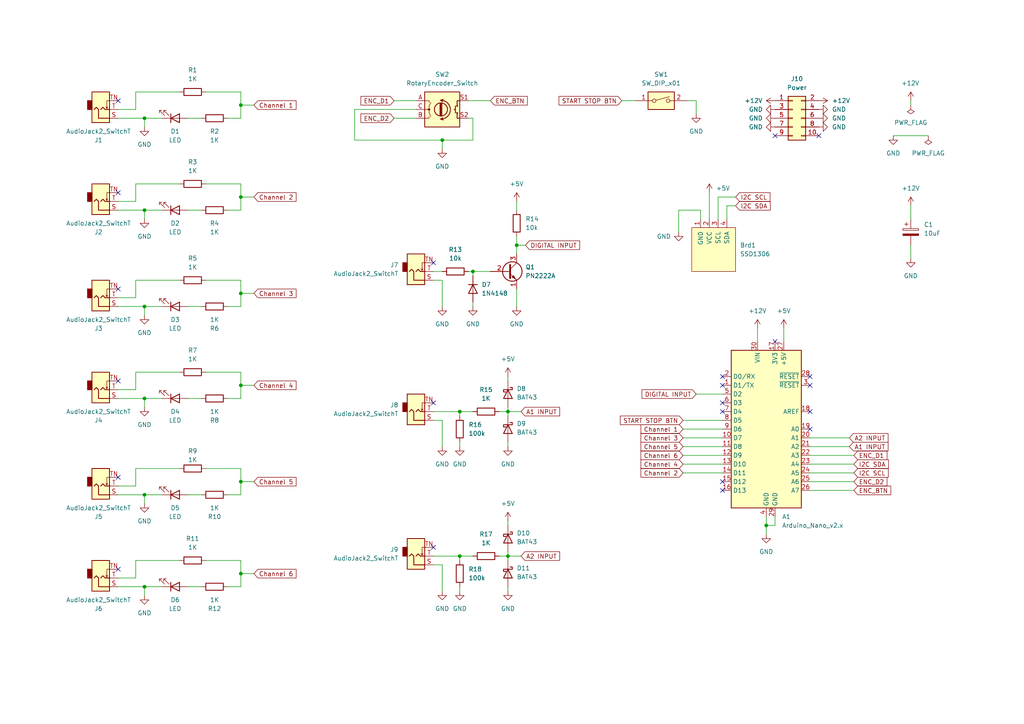
<source format=kicad_sch>
(kicad_sch (version 20211123) (generator eeschema)
  (paper "A4")
  (title_block (title "GToE prototype") (rev "1"))
  (lib_symbols
    (symbol "Connector:AudioJack2_SwitchT"
      (property "Reference" "J" (at 0 8.89 0))
      (property "Value" "AudioJack2_SwitchT" (at 0 6.35 0))
      (symbol "AudioJack2_SwitchT_0_1"
        (rectangle (start -2.54 0) (end -3.81 -2.54) (stroke (width 0.254)) (fill (type outline)))
        (polyline (pts (xy 1.778 -0.254) (xy 2.032 -0.762)))
        (polyline (pts (xy 0 0) (xy 0.635 -0.635) (xy 1.27 0) (xy 2.54 0)) (stroke (width 0.254)))
        (polyline (pts (xy 2.54 -2.54) (xy 1.778 -2.54) (xy 1.778 -0.254) (xy 1.524 -0.762)))
        (polyline (pts (xy 2.54 2.54) (xy -0.635 2.54) (xy -0.635 0) (xy -1.27 -0.635) (xy -1.905 0)) (stroke (width 0.254)))
        (rectangle (start 2.54 3.81) (end -2.54 -5.08) (stroke (width 0.254)) (fill (type background)))
      )
      (symbol "AudioJack2_SwitchT_1_1"
        (pin passive line (at 5.08 2.54 180) (length 2.54) (name "~") (number "S"))
        (pin passive line (at 5.08 0 180) (length 2.54) (name "~") (number "T"))
        (pin passive line (at 5.08 -2.54 180) (length 2.54) (name "~") (number "TN"))
      )
    )
    (symbol "Connector_Generic:Conn_02x05_Odd_Even" (pin_names (offset 1.016) hide)
      (property "Reference" "J" (at 1.27 7.62 0))
      (property "Value" "Conn_02x05_Odd_Even" (at 1.27 -7.62 0))
      (symbol "Conn_02x05_Odd_Even_1_1"
        (rectangle (start -1.27 -4.953) (end 0 -5.207) (stroke (width 0.1524)))
        (rectangle (start -1.27 -2.413) (end 0 -2.667) (stroke (width 0.1524)))
        (rectangle (start -1.27 0.127) (end 0 -0.127) (stroke (width 0.1524)))
        (rectangle (start -1.27 2.667) (end 0 2.413) (stroke (width 0.1524)))
        (rectangle (start -1.27 5.207) (end 0 4.953) (stroke (width 0.1524)))
        (rectangle (start -1.27 6.35) (end 3.81 -6.35) (stroke (width 0.254)) (fill (type background)))
        (rectangle (start 3.81 -4.953) (end 2.54 -5.207) (stroke (width 0.1524)))
        (rectangle (start 3.81 -2.413) (end 2.54 -2.667) (stroke (width 0.1524)))
        (rectangle (start 3.81 0.127) (end 2.54 -0.127) (stroke (width 0.1524)))
        (rectangle (start 3.81 2.667) (end 2.54 2.413) (stroke (width 0.1524)))
        (rectangle (start 3.81 5.207) (end 2.54 4.953) (stroke (width 0.1524)))
        (pin passive line (at -5.08 5.08 0) (length 3.81) (name "Pin_1") (number "1"))
        (pin passive line (at 7.62 -5.08 180) (length 3.81) (name "Pin_10") (number "10"))
        (pin passive line (at 7.62 5.08 180) (length 3.81) (name "Pin_2") (number "2"))
        (pin passive line (at -5.08 2.54 0) (length 3.81) (name "Pin_3") (number "3"))
        (pin passive line (at 7.62 2.54 180) (length 3.81) (name "Pin_4") (number "4"))
        (pin passive line (at -5.08 0 0) (length 3.81) (name "Pin_5") (number "5"))
        (pin passive line (at 7.62 0 180) (length 3.81) (name "Pin_6") (number "6"))
        (pin passive line (at -5.08 -2.54 0) (length 3.81) (name "Pin_7") (number "7"))
        (pin passive line (at 7.62 -2.54 180) (length 3.81) (name "Pin_8") (number "8"))
        (pin passive line (at -5.08 -5.08 0) (length 3.81) (name "Pin_9") (number "9"))
      )
    )
    (symbol "Device:C_Polarized" (pin_numbers hide) (pin_names (offset 0.254))
      (property "Reference" "C" (at 0.635 2.54 0))
      (property "Value" "C_Polarized" (at 0.635 -2.54 0))
      (symbol "C_Polarized_0_1"
        (rectangle (start -2.286 0.508) (end 2.286 1.016))
        (polyline (pts (xy -1.778 2.286) (xy -0.762 2.286)))
        (polyline (pts (xy -1.27 2.794) (xy -1.27 1.778)))
        (rectangle (start 2.286 -0.508) (end -2.286 -1.016) (fill (type outline)))
      )
      (symbol "C_Polarized_1_1"
        (pin passive line (at 0 3.81 270) (length 2.794) (name "~") (number "1"))
        (pin passive line (at 0 -3.81 90) (length 2.794) (name "~") (number "2"))
      )
    )
    (symbol "Device:D" (pin_numbers hide) (pin_names (offset 1.016) hide)
      (property "Reference" "D" (at 0 2.54 0))
      (property "Value" "D" (at 0 -2.54 0))
      (symbol "D_0_1"
        (polyline (pts (xy -1.27 1.27) (xy -1.27 -1.27)) (stroke (width 0.254)))
        (polyline (pts (xy 1.27 0) (xy -1.27 0)))
        (polyline (pts (xy 1.27 1.27) (xy 1.27 -1.27) (xy -1.27 0) (xy 1.27 1.27)) (stroke (width 0.254)))
      )
      (symbol "D_1_1"
        (pin passive line (at -3.81 0 0) (length 2.54) (name "K") (number "1"))
        (pin passive line (at 3.81 0 180) (length 2.54) (name "A") (number "2"))
      )
    )
    (symbol "Device:D_Schottky" (pin_numbers hide) (pin_names (offset 1.016) hide)
      (property "Reference" "D" (at 0 2.54 0))
      (property "Value" "D_Schottky" (at 0 -2.54 0))
      (symbol "D_Schottky_0_1"
        (polyline (pts (xy 1.27 0) (xy -1.27 0)))
        (polyline (pts (xy 1.27 1.27) (xy 1.27 -1.27) (xy -1.27 0) (xy 1.27 1.27)) (stroke (width 0.254)))
        (polyline (pts (xy -1.905 0.635) (xy -1.905 1.27) (xy -1.27 1.27) (xy -1.27 -1.27) (xy -0.635 -1.27) (xy -0.635 -0.635)) (stroke (width 0.254)))
      )
      (symbol "D_Schottky_1_1"
        (pin passive line (at -3.81 0 0) (length 2.54) (name "K") (number "1"))
        (pin passive line (at 3.81 0 180) (length 2.54) (name "A") (number "2"))
      )
    )
    (symbol "Device:LED" (pin_numbers hide) (pin_names (offset 1.016) hide)
      (property "Reference" "D" (at 0 2.54 0))
      (property "Value" "LED" (at 0 -2.54 0))
      (symbol "LED_0_1"
        (polyline (pts (xy -1.27 -1.27) (xy -1.27 1.27)) (stroke (width 0.254)))
        (polyline (pts (xy -1.27 0) (xy 1.27 0)))
        (polyline (pts (xy 1.27 -1.27) (xy 1.27 1.27) (xy -1.27 0) (xy 1.27 -1.27)) (stroke (width 0.254)))
        (polyline (pts (xy -3.048 -0.762) (xy -4.572 -2.286) (xy -3.81 -2.286) (xy -4.572 -2.286) (xy -4.572 -1.524)))
        (polyline (pts (xy -1.778 -0.762) (xy -3.302 -2.286) (xy -2.54 -2.286) (xy -3.302 -2.286) (xy -3.302 -1.524)))
      )
      (symbol "LED_1_1"
        (pin passive line (at -3.81 0 0) (length 2.54) (name "K") (number "1"))
        (pin passive line (at 3.81 0 180) (length 2.54) (name "A") (number "2"))
      )
    )
    (symbol "Device:R" (pin_numbers hide) (pin_names (offset 0))
      (property "Reference" "R" (at 2.032 0 90))
      (property "Value" "R" (at 0 0 90))
      (symbol "R_0_1"
        (rectangle (start -1.016 -2.54) (end 1.016 2.54) (stroke (width 0.254)))
      )
      (symbol "R_1_1"
        (pin passive line (at 0 3.81 270) (length 1.27) (name "~") (number "1"))
        (pin passive line (at 0 -3.81 90) (length 1.27) (name "~") (number "2"))
      )
    )
    (symbol "Device:RotaryEncoder_Switch" (pin_names (offset 0.254) hide)
      (property "Reference" "SW" (at 0 6.604 0))
      (property "Value" "RotaryEncoder_Switch" (at 0 -6.604 0))
      (symbol "RotaryEncoder_Switch_0_1"
        (rectangle (start -5.08 5.08) (end 5.08 -5.08) (stroke (width 0.254)) (fill (type background)))
        (circle (center -3.81 0) (radius 0.254) (fill (type outline)))
        (arc (start -0.381 -2.794) (mid 2.3622 -0.0508) (end -0.381 2.667) (stroke (width 0.254)))
        (circle (center -0.381 0) (radius 1.905) (stroke (width 0.254)))
        (polyline (pts (xy -0.635 -1.778) (xy -0.635 1.778)) (stroke (width 0.254)))
        (polyline (pts (xy -0.381 -1.778) (xy -0.381 1.778)) (stroke (width 0.254)))
        (polyline (pts (xy -0.127 1.778) (xy -0.127 -1.778)) (stroke (width 0.254)))
        (polyline (pts (xy 3.81 0) (xy 3.429 0)) (stroke (width 0.254)))
        (polyline (pts (xy 3.81 1.016) (xy 3.81 -1.016)) (stroke (width 0.254)))
        (polyline (pts (xy -5.08 -2.54) (xy -3.81 -2.54) (xy -3.81 -2.032)))
        (polyline (pts (xy -5.08 2.54) (xy -3.81 2.54) (xy -3.81 2.032)))
        (polyline (pts (xy 0.254 -3.048) (xy -0.508 -2.794) (xy 0.127 -2.413)) (stroke (width 0.254)))
        (polyline (pts (xy 0.254 2.921) (xy -0.508 2.667) (xy 0.127 2.286)) (stroke (width 0.254)))
        (polyline (pts (xy 5.08 -2.54) (xy 4.318 -2.54) (xy 4.318 -1.016)) (stroke (width 0.254)))
        (polyline (pts (xy 5.08 2.54) (xy 4.318 2.54) (xy 4.318 1.016)) (stroke (width 0.254)))
        (polyline (pts (xy -5.08 0) (xy -3.81 0) (xy -3.81 -1.016) (xy -3.302 -2.032)))
        (polyline (pts (xy -4.318 0) (xy -3.81 0) (xy -3.81 1.016) (xy -3.302 2.032)))
        (circle (center 4.318 -1.016) (radius 0.127) (stroke (width 0.254)))
        (circle (center 4.318 1.016) (radius 0.127) (stroke (width 0.254)))
      )
      (symbol "RotaryEncoder_Switch_1_1"
        (pin passive line (at -7.62 2.54 0) (length 2.54) (name "A") (number "A"))
        (pin passive line (at -7.62 -2.54 0) (length 2.54) (name "B") (number "B"))
        (pin passive line (at -7.62 0 0) (length 2.54) (name "C") (number "C"))
        (pin passive line (at 7.62 2.54 180) (length 2.54) (name "S1") (number "S1"))
        (pin passive line (at 7.62 -2.54 180) (length 2.54) (name "S2") (number "S2"))
      )
    )
    (symbol "MCU_Module:Arduino_Nano_v2.x"
      (property "Reference" "A" (at -10.16 23.495 0))
      (property "Value" "Arduino_Nano_v2.x" (at 5.08 -24.13 0))
      (symbol "Arduino_Nano_v2.x_0_1"
        (rectangle (start -10.16 22.86) (end 10.16 -22.86) (stroke (width 0.254)) (fill (type background)))
      )
      (symbol "Arduino_Nano_v2.x_1_1"
        (pin bidirectional line (at -12.7 12.7 0) (length 2.54) (name "D1/TX") (number "1"))
        (pin bidirectional line (at -12.7 -2.54 0) (length 2.54) (name "D7") (number "10"))
        (pin bidirectional line (at -12.7 -5.08 0) (length 2.54) (name "D8") (number "11"))
        (pin bidirectional line (at -12.7 -7.62 0) (length 2.54) (name "D9") (number "12"))
        (pin bidirectional line (at -12.7 -10.16 0) (length 2.54) (name "D10") (number "13"))
        (pin bidirectional line (at -12.7 -12.7 0) (length 2.54) (name "D11") (number "14"))
        (pin bidirectional line (at -12.7 -15.24 0) (length 2.54) (name "D12") (number "15"))
        (pin bidirectional line (at -12.7 -17.78 0) (length 2.54) (name "D13") (number "16"))
        (pin power_out line (at 2.54 25.4 270) (length 2.54) (name "3V3") (number "17"))
        (pin input line (at 12.7 5.08 180) (length 2.54) (name "AREF") (number "18"))
        (pin bidirectional line (at 12.7 0 180) (length 2.54) (name "A0") (number "19"))
        (pin bidirectional line (at -12.7 15.24 0) (length 2.54) (name "D0/RX") (number "2"))
        (pin bidirectional line (at 12.7 -2.54 180) (length 2.54) (name "A1") (number "20"))
        (pin bidirectional line (at 12.7 -5.08 180) (length 2.54) (name "A2") (number "21"))
        (pin bidirectional line (at 12.7 -7.62 180) (length 2.54) (name "A3") (number "22"))
        (pin bidirectional line (at 12.7 -10.16 180) (length 2.54) (name "A4") (number "23"))
        (pin bidirectional line (at 12.7 -12.7 180) (length 2.54) (name "A5") (number "24"))
        (pin bidirectional line (at 12.7 -15.24 180) (length 2.54) (name "A6") (number "25"))
        (pin bidirectional line (at 12.7 -17.78 180) (length 2.54) (name "A7") (number "26"))
        (pin power_out line (at 5.08 25.4 270) (length 2.54) (name "+5V") (number "27"))
        (pin input line (at 12.7 15.24 180) (length 2.54) (name "~{RESET}") (number "28"))
        (pin power_in line (at 2.54 -25.4 90) (length 2.54) (name "GND") (number "29"))
        (pin input line (at 12.7 12.7 180) (length 2.54) (name "~{RESET}") (number "3"))
        (pin power_in line (at -2.54 25.4 270) (length 2.54) (name "VIN") (number "30"))
        (pin power_in line (at 0 -25.4 90) (length 2.54) (name "GND") (number "4"))
        (pin bidirectional line (at -12.7 10.16 0) (length 2.54) (name "D2") (number "5"))
        (pin bidirectional line (at -12.7 7.62 0) (length 2.54) (name "D3") (number "6"))
        (pin bidirectional line (at -12.7 5.08 0) (length 2.54) (name "D4") (number "7"))
        (pin bidirectional line (at -12.7 2.54 0) (length 2.54) (name "D5") (number "8"))
        (pin bidirectional line (at -12.7 0 0) (length 2.54) (name "D6") (number "9"))
      )
    )
    (symbol "SSD1306-128x64_OLED:SSD1306" (pin_names (offset 1.016))
      (property "Reference" "Brd" (at 0 -3.81 0))
      (property "Value" "SSD1306" (at 0 -1.27 0))
      (symbol "SSD1306_0_1"
        (rectangle (start -6.35 6.35) (end 6.35 -6.35) (fill (type background)))
      )
      (symbol "SSD1306_1_1"
        (pin input line (at -3.81 8.89 270) (length 2.54) (name "GND") (number "1"))
        (pin input line (at -1.27 8.89 270) (length 2.54) (name "VCC") (number "2"))
        (pin input line (at 1.27 8.89 270) (length 2.54) (name "SCL") (number "3"))
        (pin input line (at 3.81 8.89 270) (length 2.54) (name "SDA") (number "4"))
      )
    )
    (symbol "Switch:SW_DIP_x01" (pin_names (offset 0) hide)
      (property "Reference" "SW" (at 0 3.81 0))
      (property "Value" "SW_DIP_x01" (at 0 -3.81 0))
      (symbol "SW_DIP_x01_0_0"
        (circle (center -2.032 0) (radius 0.508))
        (polyline (pts (xy -1.524 0.127) (xy 2.3622 1.1684)))
        (circle (center 2.032 0) (radius 0.508))
      )
      (symbol "SW_DIP_x01_0_1"
        (rectangle (start -3.81 2.54) (end 3.81 -2.54) (stroke (width 0.254)) (fill (type background)))
      )
      (symbol "SW_DIP_x01_1_1"
        (pin passive line (at -7.62 0 0) (length 5.08) (name "~") (number "1"))
        (pin passive line (at 7.62 0 180) (length 5.08) (name "~") (number "2"))
      )
    )
    (symbol "Transistor_BJT:PN2222A" (pin_names (offset 0) hide)
      (property "Reference" "Q" (at 5.08 1.905 0))
      (property "Value" "PN2222A" (at 5.08 0 0))
      (symbol "PN2222A_0_1"
        (polyline (pts (xy 0 0) (xy 0.635 0)))
        (polyline (pts (xy 2.54 -2.54) (xy 0.635 -0.635)))
        (polyline (pts (xy 2.54 2.54) (xy 0.635 0.635)))
        (polyline (pts (xy 0.635 1.905) (xy 0.635 -1.905) (xy 0.635 -1.905)) (stroke (width 0.508)))
        (polyline (pts (xy 2.413 -2.413) (xy 1.905 -1.905) (xy 1.905 -1.905)))
        (polyline (pts (xy 1.143 -1.651) (xy 1.651 -1.143) (xy 2.159 -2.159) (xy 1.143 -1.651) (xy 1.143 -1.651)) (fill (type outline)))
        (circle (center 1.27 0) (radius 2.8194) (stroke (width 0.254)))
      )
      (symbol "PN2222A_1_1"
        (pin passive line (at 2.54 -5.08 90) (length 2.54) (name "E") (number "1"))
        (pin input line (at -5.08 0 0) (length 5.08) (name "B") (number "2"))
        (pin passive line (at 2.54 5.08 270) (length 2.54) (name "C") (number "3"))
      )
    )
    (symbol "power:+12V" (power) (pin_names (offset 0))
      (property "Value" "+12V" (at 0 3.556 0))
      (symbol "+12V_0_1"
        (polyline (pts (xy -0.762 1.27) (xy 0 2.54)))
        (polyline (pts (xy 0 0) (xy 0 2.54)))
        (polyline (pts (xy 0 2.54) (xy 0.762 1.27)))
      )
      (symbol "+12V_1_1"
        (pin power_in line (at 0 0 90) (length 0) hide (name "+12V") (number "1"))
      )
    )
    (symbol "power:+5V" (power) (pin_names (offset 0))
      (property "Value" "+5V" (at 0 3.556 0))
      (symbol "+5V_0_1"
        (polyline (pts (xy -0.762 1.27) (xy 0 2.54)))
        (polyline (pts (xy 0 0) (xy 0 2.54)))
        (polyline (pts (xy 0 2.54) (xy 0.762 1.27)))
      )
      (symbol "+5V_1_1"
        (pin power_in line (at 0 0 90) (length 0) hide (name "+5V") (number "1"))
      )
    )
    (symbol "power:GND" (power) (pin_names (offset 0))
      (property "Value" "GND" (at 0 -3.81 0))
      (symbol "GND_0_1"
        (polyline (pts (xy 0 0) (xy 0 -1.27) (xy 1.27 -1.27) (xy 0 -2.54) (xy -1.27 -1.27) (xy 0 -1.27)))
      )
      (symbol "GND_1_1"
        (pin power_in line (at 0 0 270) (length 0) hide (name "GND") (number "1"))
      )
    )
    (symbol "power:PWR_FLAG" (power) (pin_numbers hide) (pin_names (offset 0) hide)
      (property "Value" "PWR_FLAG" (at 0 3.81 0))
      (symbol "PWR_FLAG_0_0"
        (pin power_out line (at 0 0 90) (length 0) (name "pwr") (number "1"))
      )
      (symbol "PWR_FLAG_0_1"
        (polyline (pts (xy 0 0) (xy 0 1.27) (xy -1.016 1.905) (xy 0 2.54) (xy 1.016 1.905) (xy 0 1.27)))
      )
    )
  )
  (junction (at 133.35 119.38))
  (junction (at 149.86 71.12))
  (junction (at 41.91 34.29))
  (junction (at 137.16 78.74))
  (junction (at 41.91 143.51))
  (junction (at 69.85 139.7))
  (junction (at 147.32 119.38))
  (junction (at 133.35 161.29))
  (junction (at 41.91 115.57))
  (junction (at 69.85 85.09))
  (junction (at 41.91 170.18))
  (junction (at 69.85 57.15))
  (junction (at 128.27 40.64))
  (junction (at 69.85 166.37))
  (junction (at 41.91 60.96))
  (junction (at 69.85 111.76))
  (junction (at 222.25 152.4))
  (junction (at 41.91 88.9))
  (junction (at 147.32 161.29))
  (junction (at 69.85 30.48))
  (no_connect (at 234.95 124.46))
  (no_connect (at 34.29 110.49))
  (no_connect (at 125.73 76.2))
  (no_connect (at 234.95 109.22))
  (no_connect (at 209.55 139.7))
  (no_connect (at 34.29 165.1))
  (no_connect (at 234.95 111.76))
  (no_connect (at 209.55 116.84))
  (no_connect (at 234.95 119.38))
  (no_connect (at 125.73 158.75))
  (no_connect (at 209.55 109.22))
  (no_connect (at 34.29 138.43))
  (no_connect (at 34.29 83.82))
  (no_connect (at 209.55 142.24))
  (no_connect (at 34.29 55.88))
  (no_connect (at 237.49 39.37))
  (no_connect (at 224.79 99.06))
  (no_connect (at 34.29 29.21))
  (no_connect (at 209.55 119.38))
  (no_connect (at 224.79 39.37))
  (no_connect (at 125.73 116.84))
  (no_connect (at 209.55 111.76))
  (wire (pts (xy 102.87 40.64) (xy 128.27 40.64)))
  (wire (pts (xy 147.32 119.38) (xy 147.32 120.65)))
  (wire (pts (xy 208.28 57.15) (xy 208.28 63.5)))
  (wire (pts (xy 69.85 166.37) (xy 69.85 170.18)))
  (wire (pts (xy 147.32 119.38) (xy 151.13 119.38)))
  (wire (pts (xy 198.12 121.92) (xy 209.55 121.92)))
  (wire (pts (xy 135.89 78.74) (xy 137.16 78.74)))
  (wire (pts (xy 39.37 58.42) (xy 39.37 53.34)))
  (wire (pts (xy 149.86 71.12) (xy 149.86 73.66)))
  (wire (pts (xy 54.61 143.51) (xy 58.42 143.51)))
  (wire (pts (xy 125.73 78.74) (xy 128.27 78.74)))
  (wire (pts (xy 147.32 161.29) (xy 147.32 162.56)))
  (wire (pts (xy 137.16 34.29) (xy 137.16 40.64)))
  (wire (pts (xy 137.16 40.64) (xy 128.27 40.64)))
  (wire (pts (xy 39.37 26.67) (xy 52.07 26.67)))
  (wire (pts (xy 34.29 34.29) (xy 41.91 34.29)))
  (wire (pts (xy 222.25 152.4) (xy 224.79 152.4)))
  (wire (pts (xy 41.91 34.29) (xy 46.99 34.29)))
  (wire (pts (xy 149.86 83.82) (xy 149.86 88.9)))
  (wire (pts (xy 34.29 88.9) (xy 41.91 88.9)))
  (wire (pts (xy 137.16 161.29) (xy 133.35 161.29)))
  (wire (pts (xy 135.89 29.21) (xy 142.24 29.21)))
  (wire (pts (xy 39.37 140.97) (xy 39.37 135.89)))
  (wire (pts (xy 203.2 60.96) (xy 203.2 63.5)))
  (wire (pts (xy 39.37 167.64) (xy 39.37 162.56)))
  (wire (pts (xy 213.36 57.15) (xy 208.28 57.15)))
  (wire (pts (xy 54.61 115.57) (xy 58.42 115.57)))
  (wire (pts (xy 39.37 162.56) (xy 52.07 162.56)))
  (wire (pts (xy 114.3 29.21) (xy 120.65 29.21)))
  (wire (pts (xy 133.35 119.38) (xy 133.35 120.65)))
  (wire (pts (xy 41.91 60.96) (xy 41.91 63.5)))
  (wire (pts (xy 39.37 31.75) (xy 39.37 26.67)))
  (wire (pts (xy 149.86 58.42) (xy 149.86 60.96)))
  (wire (pts (xy 227.33 95.25) (xy 227.33 99.06)))
  (wire (pts (xy 34.29 140.97) (xy 39.37 140.97)))
  (wire (pts (xy 34.29 170.18) (xy 41.91 170.18)))
  (wire (pts (xy 59.69 26.67) (xy 69.85 26.67)))
  (wire (pts (xy 133.35 161.29) (xy 133.35 162.56)))
  (wire (pts (xy 184.15 29.21) (xy 180.34 29.21)))
  (wire (pts (xy 69.85 53.34) (xy 69.85 57.15)))
  (wire (pts (xy 198.12 129.54) (xy 209.55 129.54)))
  (wire (pts (xy 54.61 34.29) (xy 58.42 34.29)))
  (wire (pts (xy 198.12 124.46) (xy 209.55 124.46)))
  (wire (pts (xy 125.73 121.92) (xy 128.27 121.92)))
  (wire (pts (xy 264.16 59.69) (xy 264.16 63.5)))
  (wire (pts (xy 135.89 34.29) (xy 137.16 34.29)))
  (wire (pts (xy 234.95 142.24) (xy 247.65 142.24)))
  (wire (pts (xy 147.32 160.02) (xy 147.32 161.29)))
  (wire (pts (xy 147.32 109.22) (xy 147.32 110.49)))
  (wire (pts (xy 41.91 60.96) (xy 46.99 60.96)))
  (wire (pts (xy 39.37 81.28) (xy 52.07 81.28)))
  (wire (pts (xy 224.79 149.86) (xy 224.79 152.4)))
  (wire (pts (xy 147.32 128.27) (xy 147.32 129.54)))
  (wire (pts (xy 69.85 81.28) (xy 69.85 85.09)))
  (wire (pts (xy 54.61 60.96) (xy 58.42 60.96)))
  (wire (pts (xy 198.12 134.62) (xy 209.55 134.62)))
  (wire (pts (xy 34.29 58.42) (xy 39.37 58.42)))
  (wire (pts (xy 34.29 86.36) (xy 39.37 86.36)))
  (wire (pts (xy 147.32 151.13) (xy 147.32 152.4)))
  (wire (pts (xy 69.85 57.15) (xy 69.85 60.96)))
  (wire (pts (xy 205.74 55.88) (xy 205.74 63.5)))
  (wire (pts (xy 39.37 107.95) (xy 52.07 107.95)))
  (wire (pts (xy 69.85 107.95) (xy 69.85 111.76)))
  (wire (pts (xy 41.91 34.29) (xy 41.91 36.83)))
  (wire (pts (xy 147.32 170.18) (xy 147.32 171.45)))
  (wire (pts (xy 137.16 87.63) (xy 137.16 88.9)))
  (wire (pts (xy 34.29 143.51) (xy 41.91 143.51)))
  (wire (pts (xy 41.91 115.57) (xy 41.91 118.11)))
  (wire (pts (xy 69.85 26.67) (xy 69.85 30.48)))
  (wire (pts (xy 41.91 170.18) (xy 46.99 170.18)))
  (wire (pts (xy 210.82 59.69) (xy 210.82 63.5)))
  (wire (pts (xy 69.85 111.76) (xy 69.85 115.57)))
  (wire (pts (xy 198.12 132.08) (xy 209.55 132.08)))
  (wire (pts (xy 34.29 113.03) (xy 39.37 113.03)))
  (wire (pts (xy 144.78 161.29) (xy 147.32 161.29)))
  (wire (pts (xy 69.85 30.48) (xy 73.66 30.48)))
  (wire (pts (xy 234.95 139.7) (xy 247.65 139.7)))
  (wire (pts (xy 264.16 30.48) (xy 264.16 29.21)))
  (wire (pts (xy 128.27 81.28) (xy 128.27 88.9)))
  (wire (pts (xy 69.85 166.37) (xy 73.66 166.37)))
  (wire (pts (xy 234.95 132.08) (xy 247.65 132.08)))
  (wire (pts (xy 34.29 31.75) (xy 39.37 31.75)))
  (wire (pts (xy 120.65 31.75) (xy 102.87 31.75)))
  (wire (pts (xy 198.12 137.16) (xy 209.55 137.16)))
  (wire (pts (xy 196.85 67.31) (xy 196.85 60.96)))
  (wire (pts (xy 69.85 115.57) (xy 66.04 115.57)))
  (wire (pts (xy 264.16 71.12) (xy 264.16 74.93)))
  (wire (pts (xy 149.86 71.12) (xy 152.4 71.12)))
  (wire (pts (xy 41.91 143.51) (xy 41.91 146.05)))
  (wire (pts (xy 234.95 129.54) (xy 246.38 129.54)))
  (wire (pts (xy 137.16 78.74) (xy 137.16 80.01)))
  (wire (pts (xy 201.93 29.21) (xy 199.39 29.21)))
  (wire (pts (xy 234.95 137.16) (xy 247.65 137.16)))
  (wire (pts (xy 41.91 143.51) (xy 46.99 143.51)))
  (wire (pts (xy 234.95 127) (xy 246.38 127)))
  (wire (pts (xy 125.73 81.28) (xy 128.27 81.28)))
  (wire (pts (xy 201.93 114.3) (xy 209.55 114.3)))
  (wire (pts (xy 114.3 34.29) (xy 120.65 34.29)))
  (wire (pts (xy 201.93 29.21) (xy 201.93 33.02)))
  (wire (pts (xy 39.37 113.03) (xy 39.37 107.95)))
  (wire (pts (xy 34.29 60.96) (xy 41.91 60.96)))
  (wire (pts (xy 69.85 143.51) (xy 66.04 143.51)))
  (wire (pts (xy 69.85 85.09) (xy 69.85 88.9)))
  (wire (pts (xy 137.16 119.38) (xy 133.35 119.38)))
  (wire (pts (xy 54.61 88.9) (xy 58.42 88.9)))
  (wire (pts (xy 102.87 31.75) (xy 102.87 40.64)))
  (wire (pts (xy 41.91 88.9) (xy 46.99 88.9)))
  (wire (pts (xy 137.16 78.74) (xy 142.24 78.74)))
  (wire (pts (xy 69.85 34.29) (xy 66.04 34.29)))
  (wire (pts (xy 41.91 115.57) (xy 46.99 115.57)))
  (wire (pts (xy 149.86 68.58) (xy 149.86 71.12)))
  (wire (pts (xy 69.85 139.7) (xy 73.66 139.7)))
  (wire (pts (xy 234.95 134.62) (xy 247.65 134.62)))
  (wire (pts (xy 128.27 40.64) (xy 128.27 43.18)))
  (wire (pts (xy 69.85 30.48) (xy 69.85 34.29)))
  (wire (pts (xy 59.69 53.34) (xy 69.85 53.34)))
  (wire (pts (xy 59.69 135.89) (xy 69.85 135.89)))
  (wire (pts (xy 198.12 127) (xy 209.55 127)))
  (wire (pts (xy 259.08 39.37) (xy 269.24 39.37)))
  (wire (pts (xy 41.91 170.18) (xy 41.91 172.72)))
  (wire (pts (xy 133.35 119.38) (xy 125.73 119.38)))
  (wire (pts (xy 147.32 118.11) (xy 147.32 119.38)))
  (wire (pts (xy 222.25 149.86) (xy 222.25 152.4)))
  (wire (pts (xy 69.85 111.76) (xy 73.66 111.76)))
  (wire (pts (xy 69.85 88.9) (xy 66.04 88.9)))
  (wire (pts (xy 133.35 128.27) (xy 133.35 129.54)))
  (wire (pts (xy 69.85 60.96) (xy 66.04 60.96)))
  (wire (pts (xy 41.91 88.9) (xy 41.91 91.44)))
  (wire (pts (xy 54.61 170.18) (xy 58.42 170.18)))
  (wire (pts (xy 147.32 161.29) (xy 151.13 161.29)))
  (wire (pts (xy 39.37 53.34) (xy 52.07 53.34)))
  (wire (pts (xy 196.85 60.96) (xy 203.2 60.96)))
  (wire (pts (xy 219.71 95.25) (xy 219.71 99.06)))
  (wire (pts (xy 128.27 121.92) (xy 128.27 129.54)))
  (wire (pts (xy 69.85 57.15) (xy 73.66 57.15)))
  (wire (pts (xy 34.29 115.57) (xy 41.91 115.57)))
  (wire (pts (xy 133.35 170.18) (xy 133.35 171.45)))
  (wire (pts (xy 59.69 107.95) (xy 69.85 107.95)))
  (wire (pts (xy 69.85 135.89) (xy 69.85 139.7)))
  (wire (pts (xy 34.29 167.64) (xy 39.37 167.64)))
  (wire (pts (xy 69.85 139.7) (xy 69.85 143.51)))
  (wire (pts (xy 59.69 162.56) (xy 69.85 162.56)))
  (wire (pts (xy 133.35 161.29) (xy 125.73 161.29)))
  (wire (pts (xy 144.78 119.38) (xy 147.32 119.38)))
  (wire (pts (xy 213.36 59.69) (xy 210.82 59.69)))
  (wire (pts (xy 222.25 152.4) (xy 222.25 154.94)))
  (wire (pts (xy 69.85 162.56) (xy 69.85 166.37)))
  (wire (pts (xy 39.37 135.89) (xy 52.07 135.89)))
  (wire (pts (xy 128.27 163.83) (xy 128.27 171.45)))
  (wire (pts (xy 59.69 81.28) (xy 69.85 81.28)))
  (wire (pts (xy 39.37 86.36) (xy 39.37 81.28)))
  (wire (pts (xy 125.73 163.83) (xy 128.27 163.83)))
  (wire (pts (xy 69.85 85.09) (xy 73.66 85.09)))
  (wire (pts (xy 69.85 170.18) (xy 66.04 170.18)))
  (global_label "START STOP BTN" (shape input) (at 180.34 29.21 180) (property "Intersheet References" "${INTERSHEET_REFS}" (effects hide)))
  (global_label "A2 INPUT" (shape input) (at 246.38 127 0) (property "Intersheet References" "${INTERSHEET_REFS}" (effects hide)))
  (global_label "Channel 5" (shape input) (at 198.12 129.54 180) (property "Intersheet References" "${INTERSHEET_REFS}" (effects hide)))
  (global_label "Channel 1" (shape input) (at 198.12 124.46 180) (property "Intersheet References" "${INTERSHEET_REFS}" (effects hide)))
  (global_label "Channel 4" (shape input) (at 198.12 134.62 180) (property "Intersheet References" "${INTERSHEET_REFS}" (effects hide)))
  (global_label "ENC_BTN" (shape input) (at 247.65 142.24 0) (property "Intersheet References" "${INTERSHEET_REFS}" (effects hide)))
  (global_label "START STOP BTN" (shape input) (at 198.12 121.92 180) (property "Intersheet References" "${INTERSHEET_REFS}" (effects hide)))
  (global_label "Channel 5" (shape input) (at 73.66 139.7 0) (property "Intersheet References" "${INTERSHEET_REFS}" (effects hide)))
  (global_label "ENC_D2" (shape input) (at 114.3 34.29 180) (property "Intersheet References" "${INTERSHEET_REFS}" (effects hide)))
  (global_label "Channel 3" (shape input) (at 198.12 127 180) (property "Intersheet References" "${INTERSHEET_REFS}" (effects hide)))
  (global_label "A1 INPUT" (shape input) (at 151.13 119.38 0) (property "Intersheet References" "${INTERSHEET_REFS}" (effects hide)))
  (global_label "Channel 3" (shape input) (at 73.66 85.09 0) (property "Intersheet References" "${INTERSHEET_REFS}" (effects hide)))
  (global_label "ENC_BTN" (shape input) (at 142.24 29.21 0) (property "Intersheet References" "${INTERSHEET_REFS}" (effects hide)))
  (global_label "DIGITAL INPUT" (shape input) (at 201.93 114.3 180) (property "Intersheet References" "${INTERSHEET_REFS}" (effects hide)))
  (global_label "I2C SDA" (shape input) (at 247.65 134.62 0) (property "Intersheet References" "${INTERSHEET_REFS}" (effects hide)))
  (global_label "Channel 6" (shape input) (at 73.66 166.37 0) (property "Intersheet References" "${INTERSHEET_REFS}" (effects hide)))
  (global_label "Channel 1" (shape input) (at 73.66 30.48 0) (property "Intersheet References" "${INTERSHEET_REFS}" (effects hide)))
  (global_label "DIGITAL INPUT" (shape input) (at 152.4 71.12 0) (property "Intersheet References" "${INTERSHEET_REFS}" (effects hide)))
  (global_label "ENC_D2" (shape input) (at 247.65 139.7 0) (property "Intersheet References" "${INTERSHEET_REFS}" (effects hide)))
  (global_label "ENC_D1" (shape input) (at 114.3 29.21 180) (property "Intersheet References" "${INTERSHEET_REFS}" (effects hide)))
  (global_label "Channel 2" (shape input) (at 73.66 57.15 0) (property "Intersheet References" "${INTERSHEET_REFS}" (effects hide)))
  (global_label "Channel 4" (shape input) (at 73.66 111.76 0) (property "Intersheet References" "${INTERSHEET_REFS}" (effects hide)))
  (global_label "ENC_D1" (shape input) (at 247.65 132.08 0) (property "Intersheet References" "${INTERSHEET_REFS}" (effects hide)))
  (global_label "Channel 2" (shape input) (at 198.12 137.16 180) (property "Intersheet References" "${INTERSHEET_REFS}" (effects hide)))
  (global_label "I2C SCL" (shape input) (at 213.36 57.15 0) (property "Intersheet References" "${INTERSHEET_REFS}" (effects hide)))
  (global_label "I2C SDA" (shape input) (at 213.36 59.69 0) (property "Intersheet References" "${INTERSHEET_REFS}" (effects hide)))
  (global_label "A2 INPUT" (shape input) (at 151.13 161.29 0) (property "Intersheet References" "${INTERSHEET_REFS}" (effects hide)))
  (global_label "I2C SCL" (shape input) (at 247.65 137.16 0) (property "Intersheet References" "${INTERSHEET_REFS}" (effects hide)))
  (global_label "Channel 6" (shape input) (at 198.12 132.08 180) (property "Intersheet References" "${INTERSHEET_REFS}" (effects hide)))
  (global_label "A1 INPUT" (shape input) (at 246.38 129.54 0) (property "Intersheet References" "${INTERSHEET_REFS}" (effects hide)))
  (symbol (lib_id "power:GND") (at 149.86 88.9 0) (unit 1)
    (property "Reference" "#PWR0133" (effects hide))
    (property "Value" "GND" (at 149.86 93.98 0))
  )
  (symbol (lib_id "power:GND") (at 222.25 154.94 0) (unit 1)
    (property "Reference" "#PWR0115" (effects hide))
    (property "Value" "GND" (at 222.25 160.02 0))
  )
  (symbol (lib_id "Connector:AudioJack2_SwitchT") (at 120.65 119.38 0) (mirror x) (unit 1)
    (property "Reference" "J8" (at 115.57 117.4749 0) (effects (justify right)))
    (property "Value" "AudioJack2_SwitchT" (at 115.57 120.0149 0) (effects (justify right)))
    (property "Footprint" "Connector_Audio:Jack_3.5mm_QingPu_WQP-PJ398SM_Vertical_CircularHoles" (effects hide))
  )
  (symbol (lib_id "Connector:AudioJack2_SwitchT") (at 29.21 31.75 0) (mirror x) (unit 1)
    (property "Reference" "J1" (at 28.575 40.64 0))
    (property "Value" "AudioJack2_SwitchT" (at 28.575 38.1 0))
    (property "Footprint" "Connector_Audio:Jack_3.5mm_QingPu_WQP-PJ398SM_Vertical_CircularHoles" (effects hide))
  )
  (symbol (lib_id "Device:LED") (at 50.8 88.9 0) (mirror x) (unit 1)
    (property "Reference" "D3" (at 50.8 92.71 0))
    (property "Value" "LED" (at 50.8 95.25 0))
    (property "Footprint" "LED_THT:LED_D3.0mm_Clear" (effects hide))
  )
  (symbol (lib_id "power:GND") (at 133.35 171.45 0) (mirror y) (unit 1)
    (property "Reference" "#PWR0109" (effects hide))
    (property "Value" "GND" (at 133.35 176.53 0))
  )
  (symbol (lib_id "power:+5V") (at 149.86 58.42 0) (unit 1)
    (property "Reference" "#PWR0134" (effects hide))
    (property "Value" "+5V" (at 149.86 53.34 0))
  )
  (symbol (lib_id "Device:R") (at 133.35 124.46 0) (mirror y) (unit 1)
    (property "Reference" "R16" (at 135.89 123.1899 0) (effects (justify right)))
    (property "Value" "100k" (at 135.89 125.7299 0) (effects (justify right)))
    (property "Footprint" "Resistor_THT:R_Axial_DIN0207_L6.3mm_D2.5mm_P10.16mm_Horizontal" (effects hide))
  )
  (symbol (lib_id "power:GND") (at 41.91 118.11 0) (mirror y) (unit 1)
    (property "Reference" "#PWR0104" (effects hide))
    (property "Value" "GND" (at 41.91 123.19 0))
  )
  (symbol (lib_id "power:+12V") (at 264.16 29.21 0) (unit 1)
    (property "Reference" "#PWR0136" (effects hide))
    (property "Value" "+12V" (at 266.7 24.13 0) (effects (justify right)))
  )
  (symbol (lib_id "power:GND") (at 147.32 171.45 0) (mirror y) (unit 1)
    (property "Reference" "#PWR0108" (effects hide))
    (property "Value" "GND" (at 147.32 176.53 0))
  )
  (symbol (lib_id "Connector:AudioJack2_SwitchT") (at 29.21 167.64 0) (mirror x) (unit 1)
    (property "Reference" "J6" (at 28.575 176.53 0))
    (property "Value" "AudioJack2_SwitchT" (at 28.575 173.99 0))
    (property "Footprint" "Connector_Audio:Jack_3.5mm_QingPu_WQP-PJ398SM_Vertical_CircularHoles" (effects hide))
  )
  (symbol (lib_id "power:+12V") (at 219.71 95.25 0) (unit 1)
    (property "Reference" "#PWR0116" (effects hide))
    (property "Value" "+12V" (at 219.71 90.17 0))
  )
  (symbol (lib_id "power:GND") (at 224.79 31.75 270) (unit 1)
    (property "Reference" "#PWR0130" (effects hide))
    (property "Value" "GND" (at 217.17 31.75 90) (effects (justify left)))
  )
  (symbol (lib_id "power:GND") (at 133.35 129.54 0) (mirror y) (unit 1)
    (property "Reference" "#PWR0114" (effects hide))
    (property "Value" "GND" (at 133.35 134.62 0))
  )
  (symbol (lib_id "Device:LED") (at 50.8 115.57 0) (mirror x) (unit 1)
    (property "Reference" "D4" (at 50.8 119.38 0))
    (property "Value" "LED" (at 50.8 121.92 0))
    (property "Footprint" "LED_THT:LED_D3.0mm_Clear" (effects hide))
  )
  (symbol (lib_id "power:GND") (at 237.49 31.75 90) (unit 1)
    (property "Reference" "#PWR0119" (effects hide))
    (property "Value" "GND" (at 241.3 31.7499 90) (effects (justify right)))
  )
  (symbol (lib_id "Device:R") (at 133.35 166.37 0) (mirror y) (unit 1)
    (property "Reference" "R18" (at 135.89 165.0999 0) (effects (justify right)))
    (property "Value" "100k" (at 135.89 167.6399 0) (effects (justify right)))
    (property "Footprint" "Resistor_THT:R_Axial_DIN0207_L6.3mm_D2.5mm_P10.16mm_Horizontal" (effects hide))
  )
  (symbol (lib_id "power:GND") (at 264.16 74.93 0) (unit 1)
    (property "Reference" "#PWR0125" (effects hide))
    (property "Value" "GND" (at 264.16 80.01 0))
  )
  (symbol (lib_id "power:GND") (at 237.49 36.83 90) (unit 1)
    (property "Reference" "#PWR0120" (effects hide))
    (property "Value" "GND" (at 241.3 36.8299 90) (effects (justify right)))
  )
  (symbol (lib_id "Device:D_Schottky") (at 147.32 114.3 270) (unit 1)
    (property "Reference" "D8" (at 149.86 112.7124 90) (effects (justify left)))
    (property "Value" "BAT43" (at 149.86 115.2524 90) (effects (justify left)))
    (property "Footprint" "Diode_THT:D_T-1_P10.16mm_Horizontal" (effects hide))
  )
  (symbol (lib_id "MCU_Module:Arduino_Nano_v2.x") (at 222.25 124.46 0) (unit 1)
    (property "Reference" "A1" (at 226.8094 149.86 0) (effects (justify left)))
    (property "Value" "Arduino_Nano_v2.x" (at 226.8094 152.4 0) (effects (justify left)))
    (property "Footprint" "Module:Arduino_Nano" (effects hide))
    (property "Datasheet" "https://www.arduino.cc/en/uploads/Main/ArduinoNanoManual23.pdf" (effects hide))
  )
  (symbol (lib_id "Device:D_Schottky") (at 147.32 124.46 270) (unit 1)
    (property "Reference" "D9" (at 149.86 122.8724 90) (effects (justify left)))
    (property "Value" "BAT43" (at 149.86 125.4124 90) (effects (justify left)))
    (property "Footprint" "Diode_THT:D_T-1_P10.16mm_Horizontal" (effects hide))
  )
  (symbol (lib_id "Device:R") (at 62.23 88.9 90) (mirror x) (unit 1)
    (property "Reference" "R6" (at 62.23 95.25 90))
    (property "Value" "1K" (at 62.23 92.71 90))
    (property "Footprint" "Resistor_THT:R_Axial_DIN0207_L6.3mm_D2.5mm_P10.16mm_Horizontal" (effects hide))
  )
  (symbol (lib_id "power:GND") (at 128.27 129.54 0) (mirror y) (unit 1)
    (property "Reference" "#PWR0113" (effects hide))
    (property "Value" "GND" (at 128.27 134.62 0))
  )
  (symbol (lib_id "power:GND") (at 137.16 88.9 0) (unit 1)
    (property "Reference" "#PWR0132" (effects hide))
    (property "Value" "GND" (at 137.16 93.98 0))
  )
  (symbol (lib_id "power:GND") (at 224.79 36.83 270) (unit 1)
    (property "Reference" "#PWR0129" (effects hide))
    (property "Value" "GND" (at 217.17 36.83 90) (effects (justify left)))
  )
  (symbol (lib_id "Device:R") (at 62.23 143.51 90) (mirror x) (unit 1)
    (property "Reference" "R10" (at 62.23 149.86 90))
    (property "Value" "1K" (at 62.23 147.32 90))
    (property "Footprint" "Resistor_THT:R_Axial_DIN0207_L6.3mm_D2.5mm_P10.16mm_Horizontal" (effects hide))
  )
  (symbol (lib_id "Device:LED") (at 50.8 34.29 0) (mirror x) (unit 1)
    (property "Reference" "D1" (at 50.8 38.1 0))
    (property "Value" "LED" (at 50.8 40.64 0))
    (property "Footprint" "LED_THT:LED_D3.0mm_Clear" (effects hide))
  )
  (symbol (lib_id "Device:R") (at 132.08 78.74 90) (unit 1)
    (property "Reference" "R13" (at 132.08 72.39 90))
    (property "Value" "10k" (at 132.08 74.93 90))
    (property "Footprint" "Resistor_THT:R_Axial_DIN0207_L6.3mm_D2.5mm_P10.16mm_Horizontal" (effects hide))
  )
  (symbol (lib_id "power:PWR_FLAG") (at 264.16 30.48 180) (unit 1)
    (property "Reference" "#FLG0101" (effects hide))
    (property "Value" "PWR_FLAG" (at 264.16 35.56 0))
  )
  (symbol (lib_id "Device:R") (at 55.88 81.28 270) (mirror x) (unit 1)
    (property "Reference" "R5" (at 55.88 74.93 90))
    (property "Value" "1K" (at 55.88 77.47 90))
    (property "Footprint" "Resistor_THT:R_Axial_DIN0207_L6.3mm_D2.5mm_P10.16mm_Horizontal" (effects hide))
  )
  (symbol (lib_id "Device:R") (at 62.23 60.96 90) (mirror x) (unit 1)
    (property "Reference" "R4" (at 62.23 64.77 90))
    (property "Value" "1K" (at 62.23 67.31 90))
    (property "Footprint" "Resistor_THT:R_Axial_DIN0207_L6.3mm_D2.5mm_P10.16mm_Horizontal" (effects hide))
  )
  (symbol (lib_id "Connector:AudioJack2_SwitchT") (at 120.65 161.29 0) (mirror x) (unit 1)
    (property "Reference" "J9" (at 115.57 159.3849 0) (effects (justify right)))
    (property "Value" "AudioJack2_SwitchT" (at 115.57 161.9249 0) (effects (justify right)))
    (property "Footprint" "Connector_Audio:Jack_3.5mm_QingPu_WQP-PJ398SM_Vertical_CircularHoles" (effects hide))
  )
  (symbol (lib_id "Device:R") (at 55.88 107.95 270) (mirror x) (unit 1)
    (property "Reference" "R7" (at 55.88 101.6 90))
    (property "Value" "1K" (at 55.88 104.14 90))
    (property "Footprint" "Resistor_THT:R_Axial_DIN0207_L6.3mm_D2.5mm_P10.16mm_Horizontal" (effects hide))
  )
  (symbol (lib_id "Device:R") (at 140.97 161.29 270) (mirror x) (unit 1)
    (property "Reference" "R17" (at 140.97 154.94 90))
    (property "Value" "1K" (at 140.97 157.48 90))
    (property "Footprint" "Resistor_THT:R_Axial_DIN0207_L6.3mm_D2.5mm_P10.16mm_Horizontal" (effects hide))
  )
  (symbol (lib_id "power:GND") (at 128.27 171.45 0) (mirror y) (unit 1)
    (property "Reference" "#PWR0107" (effects hide))
    (property "Value" "GND" (at 128.27 176.53 0))
  )
  (symbol (lib_id "power:+12V") (at 224.79 29.21 90) (unit 1)
    (property "Reference" "#PWR0128" (effects hide))
    (property "Value" "+12V" (at 215.9 29.21 90) (effects (justify right)))
  )
  (symbol (lib_id "power:GND") (at 196.85 67.31 0) (unit 1)
    (property "Reference" "#PWR0126" (effects hide))
    (property "Value" "GND" (at 190.5 68.58 0) (effects (justify left)))
  )
  (symbol (lib_id "SSD1306-128x64_OLED:SSD1306") (at 207.01 72.39 0) (unit 1)
    (property "Reference" "Brd1" (at 214.63 71.1199 0) (effects (justify left)))
    (property "Value" "SSD1306" (at 214.63 73.6599 0) (effects (justify left)))
    (property "Footprint" "SDD1360 I2C:128x64OLED" (effects hide))
  )
  (symbol (lib_id "power:GND") (at 41.91 63.5 0) (mirror y) (unit 1)
    (property "Reference" "#PWR0103" (effects hide))
    (property "Value" "GND" (at 41.91 68.58 0))
  )
  (symbol (lib_id "power:GND") (at 201.93 33.02 0) (unit 1)
    (property "Reference" "#PWR0123" (effects hide))
    (property "Value" "GND" (at 201.93 38.1 0))
  )
  (symbol (lib_id "Device:RotaryEncoder_Switch") (at 128.27 31.75 0) (unit 1)
    (property "Reference" "SW2" (at 128.27 21.59 0))
    (property "Value" "RotaryEncoder_Switch" (at 128.27 24.13 0))
    (property "Footprint" "Rotary_Encoder:RotaryEncoder_Alps_EC12E-Switch_Vertical_H20mm" (effects hide))
  )
  (symbol (lib_id "Device:D_Schottky") (at 147.32 156.21 270) (unit 1)
    (property "Reference" "D10" (at 149.86 154.6224 90) (effects (justify left)))
    (property "Value" "BAT43" (at 149.86 157.1624 90) (effects (justify left)))
    (property "Footprint" "Diode_THT:D_T-1_P10.16mm_Horizontal" (effects hide))
  )
  (symbol (lib_id "Device:LED") (at 50.8 170.18 0) (mirror x) (unit 1)
    (property "Reference" "D6" (at 50.8 173.99 0))
    (property "Value" "LED" (at 50.8 176.53 0))
    (property "Footprint" "LED_THT:LED_D3.0mm_Clear" (effects hide))
  )
  (symbol (lib_id "Device:R") (at 62.23 34.29 90) (mirror x) (unit 1)
    (property "Reference" "R2" (at 62.23 38.1 90))
    (property "Value" "1K" (at 62.23 40.64 90))
    (property "Footprint" "Resistor_THT:R_Axial_DIN0207_L6.3mm_D2.5mm_P10.16mm_Horizontal" (effects hide))
  )
  (symbol (lib_id "power:PWR_FLAG") (at 269.24 39.37 180) (unit 1)
    (property "Reference" "#FLG0102" (effects hide))
    (property "Value" "PWR_FLAG" (at 269.24 44.45 0))
  )
  (symbol (lib_id "power:+12V") (at 237.49 29.21 270) (unit 1)
    (property "Reference" "#PWR0118" (effects hide))
    (property "Value" "+12V" (at 241.3 29.2099 90) (effects (justify left)))
  )
  (symbol (lib_id "Connector:AudioJack2_SwitchT") (at 29.21 58.42 0) (mirror x) (unit 1)
    (property "Reference" "J2" (at 28.575 67.31 0))
    (property "Value" "AudioJack2_SwitchT" (at 28.575 64.77 0))
    (property "Footprint" "Connector_Audio:Jack_3.5mm_QingPu_WQP-PJ398SM_Vertical_CircularHoles" (effects hide))
  )
  (symbol (lib_id "Device:R") (at 55.88 26.67 270) (mirror x) (unit 1)
    (property "Reference" "R1" (at 55.88 20.32 90))
    (property "Value" "1K" (at 55.88 22.86 90))
    (property "Footprint" "Resistor_THT:R_Axial_DIN0207_L6.3mm_D2.5mm_P10.16mm_Horizontal" (effects hide))
  )
  (symbol (lib_id "power:GND") (at 41.91 36.83 0) (mirror y) (unit 1)
    (property "Reference" "#PWR0102" (effects hide))
    (property "Value" "GND" (at 41.91 41.91 0))
  )
  (symbol (lib_id "power:+5V") (at 147.32 151.13 0) (mirror y) (unit 1)
    (property "Reference" "#PWR0112" (effects hide))
    (property "Value" "+5V" (at 147.32 146.05 0))
  )
  (symbol (lib_id "power:+12V") (at 264.16 59.69 0) (unit 1)
    (property "Reference" "#PWR0124" (effects hide))
    (property "Value" "+12V" (at 264.16 54.61 0))
  )
  (symbol (lib_id "Device:R") (at 62.23 170.18 90) (mirror x) (unit 1)
    (property "Reference" "R12" (at 62.23 176.53 90))
    (property "Value" "1K" (at 62.23 173.99 90))
    (property "Footprint" "Resistor_THT:R_Axial_DIN0207_L6.3mm_D2.5mm_P10.16mm_Horizontal" (effects hide))
  )
  (symbol (lib_id "power:GND") (at 128.27 43.18 0) (unit 1)
    (property "Reference" "#PWR0135" (effects hide))
    (property "Value" "GND" (at 128.27 48.26 0))
  )
  (symbol (lib_id "power:GND") (at 224.79 34.29 270) (unit 1)
    (property "Reference" "#PWR0127" (effects hide))
    (property "Value" "GND" (at 217.17 34.29 90) (effects (justify left)))
  )
  (symbol (lib_id "power:GND") (at 41.91 146.05 0) (mirror y) (unit 1)
    (property "Reference" "#PWR0105" (effects hide))
    (property "Value" "GND" (at 41.91 151.13 0))
  )
  (symbol (lib_id "Device:D_Schottky") (at 147.32 166.37 270) (unit 1)
    (property "Reference" "D11" (at 149.86 164.7824 90) (effects (justify left)))
    (property "Value" "BAT43" (at 149.86 167.3224 90) (effects (justify left)))
    (property "Footprint" "Diode_THT:D_T-1_P10.16mm_Horizontal" (effects hide))
  )
  (symbol (lib_id "Connector:AudioJack2_SwitchT") (at 29.21 140.97 0) (mirror x) (unit 1)
    (property "Reference" "J5" (at 28.575 149.86 0))
    (property "Value" "AudioJack2_SwitchT" (at 28.575 147.32 0))
    (property "Footprint" "Connector_Audio:Jack_3.5mm_QingPu_WQP-PJ398SM_Vertical_CircularHoles" (effects hide))
  )
  (symbol (lib_id "Connector:AudioJack2_SwitchT") (at 29.21 86.36 0) (mirror x) (unit 1)
    (property "Reference" "J3" (at 28.575 95.25 0))
    (property "Value" "AudioJack2_SwitchT" (at 28.575 92.71 0))
    (property "Footprint" "Connector_Audio:Jack_3.5mm_QingPu_WQP-PJ398SM_Vertical_CircularHoles" (effects hide))
  )
  (symbol (lib_id "Connector:AudioJack2_SwitchT") (at 29.21 113.03 0) (mirror x) (unit 1)
    (property "Reference" "J4" (at 28.575 121.92 0))
    (property "Value" "AudioJack2_SwitchT" (at 28.575 119.38 0))
    (property "Footprint" "Connector_Audio:Jack_3.5mm_QingPu_WQP-PJ398SM_Vertical_CircularHoles" (effects hide))
  )
  (symbol (lib_id "power:GND") (at 147.32 129.54 0) (mirror y) (unit 1)
    (property "Reference" "#PWR0111" (effects hide))
    (property "Value" "GND" (at 147.32 134.62 0))
  )
  (symbol (lib_id "power:+5V") (at 205.74 55.88 0) (unit 1)
    (property "Reference" "#PWR0122" (effects hide))
    (property "Value" "+5V" (at 207.645 54.6099 0) (effects (justify left)))
  )
  (symbol (lib_id "Connector:AudioJack2_SwitchT") (at 120.65 78.74 0) (mirror x) (unit 1)
    (property "Reference" "J7" (at 115.57 76.8349 0) (effects (justify right)))
    (property "Value" "AudioJack2_SwitchT" (at 115.57 79.3749 0) (effects (justify right)))
    (property "Footprint" "Connector_Audio:Jack_3.5mm_QingPu_WQP-PJ398SM_Vertical_CircularHoles" (effects hide))
  )
  (symbol (lib_id "Device:C_Polarized") (at 264.16 67.31 0) (unit 1)
    (property "Reference" "C1" (at 267.97 65.1509 0) (effects (justify left)))
    (property "Value" "10uF" (at 267.97 67.6909 0) (effects (justify left)))
    (property "Footprint" "Capacitor_THT:CP_Radial_D4.0mm_P2.00mm" (effects hide))
  )
  (symbol (lib_id "power:+5V") (at 147.32 109.22 0) (mirror y) (unit 1)
    (property "Reference" "#PWR0110" (effects hide))
    (property "Value" "+5V" (at 147.32 104.14 0))
  )
  (symbol (lib_id "Device:LED") (at 50.8 60.96 0) (mirror x) (unit 1)
    (property "Reference" "D2" (at 50.8 64.77 0))
    (property "Value" "LED" (at 50.8 67.31 0))
    (property "Footprint" "LED_THT:LED_D3.0mm_Clear" (effects hide))
  )
  (symbol (lib_id "Device:R") (at 140.97 119.38 270) (mirror x) (unit 1)
    (property "Reference" "R15" (at 140.97 113.03 90))
    (property "Value" "1K" (at 140.97 115.57 90))
    (property "Footprint" "Resistor_THT:R_Axial_DIN0207_L6.3mm_D2.5mm_P10.16mm_Horizontal" (effects hide))
  )
  (symbol (lib_id "Connector_Generic:Conn_02x05_Odd_Even") (at 229.87 34.29 0) (unit 1)
    (property "Reference" "J10" (at 231.14 22.86 0))
    (property "Value" "Power" (at 231.14 25.4 0))
    (property "Footprint" "Connector_IDC:IDC-Header_2x05_P2.54mm_Vertical" (effects hide))
  )
  (symbol (lib_id "Switch:SW_DIP_x01") (at 191.77 29.21 0) (unit 1)
    (property "Reference" "SW1" (at 191.77 21.59 0))
    (property "Value" "SW_DIP_x01" (at 191.77 24.13 0))
    (property "Footprint" "Button_Switch_THT:SW_PUSH-12mm" (effects hide))
  )
  (symbol (lib_id "power:+5V") (at 227.33 95.25 0) (unit 1)
    (property "Reference" "#PWR0117" (effects hide))
    (property "Value" "+5V" (at 227.33 90.17 0))
  )
  (symbol (lib_id "power:GND") (at 41.91 172.72 0) (mirror y) (unit 1)
    (property "Reference" "#PWR0106" (effects hide))
    (property "Value" "GND" (at 41.91 177.8 0))
  )
  (symbol (lib_id "Device:D") (at 137.16 83.82 270) (unit 1)
    (property "Reference" "D7" (at 139.7 82.5499 90) (effects (justify left)))
    (property "Value" "1N4148" (at 139.7 85.0899 90) (effects (justify left)))
    (property "Footprint" "Diode_THT:D_T-1_P10.16mm_Horizontal" (effects hide))
  )
  (symbol (lib_id "power:GND") (at 128.27 88.9 0) (unit 1)
    (property "Reference" "#PWR0131" (effects hide))
    (property "Value" "GND" (at 128.27 93.98 0))
  )
  (symbol (lib_id "Device:R") (at 149.86 64.77 180) (unit 1)
    (property "Reference" "R14" (at 152.4 63.4999 0) (effects (justify right)))
    (property "Value" "10k" (at 152.4 66.0399 0) (effects (justify right)))
    (property "Footprint" "Resistor_THT:R_Axial_DIN0207_L6.3mm_D2.5mm_P10.16mm_Horizontal" (effects hide))
  )
  (symbol (lib_id "Device:LED") (at 50.8 143.51 0) (mirror x) (unit 1)
    (property "Reference" "D5" (at 50.8 147.32 0))
    (property "Value" "LED" (at 50.8 149.86 0))
    (property "Footprint" "LED_THT:LED_D3.0mm_Clear" (effects hide))
  )
  (symbol (lib_id "power:GND") (at 237.49 34.29 90) (unit 1)
    (property "Reference" "#PWR0121" (effects hide))
    (property "Value" "GND" (at 241.3 34.2899 90) (effects (justify right)))
  )
  (symbol (lib_id "Device:R") (at 62.23 115.57 90) (mirror x) (unit 1)
    (property "Reference" "R8" (at 62.23 121.92 90))
    (property "Value" "1K" (at 62.23 119.38 90))
    (property "Footprint" "Resistor_THT:R_Axial_DIN0207_L6.3mm_D2.5mm_P10.16mm_Horizontal" (effects hide))
  )
  (symbol (lib_id "Transistor_BJT:PN2222A") (at 147.32 78.74 0) (unit 1)
    (property "Reference" "Q1" (at 152.4 77.4699 0) (effects (justify left)))
    (property "Value" "PN2222A" (at 152.4 80.0099 0) (effects (justify left)))
    (property "Footprint" "Package_TO_SOT_THT:TO-92_Inline" (effects hide))
    (property "Datasheet" "https://www.onsemi.com/pub/Collateral/PN2222-D.PDF" (effects hide))
  )
  (symbol (lib_id "Device:R") (at 55.88 162.56 270) (mirror x) (unit 1)
    (property "Reference" "R11" (at 55.88 156.21 90))
    (property "Value" "1K" (at 55.88 158.75 90))
    (property "Footprint" "Resistor_THT:R_Axial_DIN0207_L6.3mm_D2.5mm_P10.16mm_Horizontal" (effects hide))
  )
  (symbol (lib_id "Device:R") (at 55.88 53.34 270) (mirror x) (unit 1)
    (property "Reference" "R3" (at 55.88 46.99 90))
    (property "Value" "1K" (at 55.88 49.53 90))
    (property "Footprint" "Resistor_THT:R_Axial_DIN0207_L6.3mm_D2.5mm_P10.16mm_Horizontal" (effects hide))
  )
  (symbol (lib_id "Device:R") (at 55.88 135.89 270) (mirror x) (unit 1)
    (property "Reference" "R9" (at 55.88 130.81 90))
    (property "Value" "1K" (at 55.88 133.35 90))
    (property "Footprint" "Resistor_THT:R_Axial_DIN0207_L6.3mm_D2.5mm_P10.16mm_Horizontal" (effects hide))
  )
  (symbol (lib_id "power:GND") (at 41.91 91.44 0) (mirror y) (unit 1)
    (property "Reference" "#PWR0101" (effects hide))
    (property "Value" "GND" (at 41.91 96.52 0))
  )
  (symbol (lib_id "power:GND") (at 259.08 39.37 0) (unit 1)
    (property "Reference" "#PWR0138" (effects hide))
    (property "Value" "GND" (at 259.08 44.45 0))
  )
)
</source>
